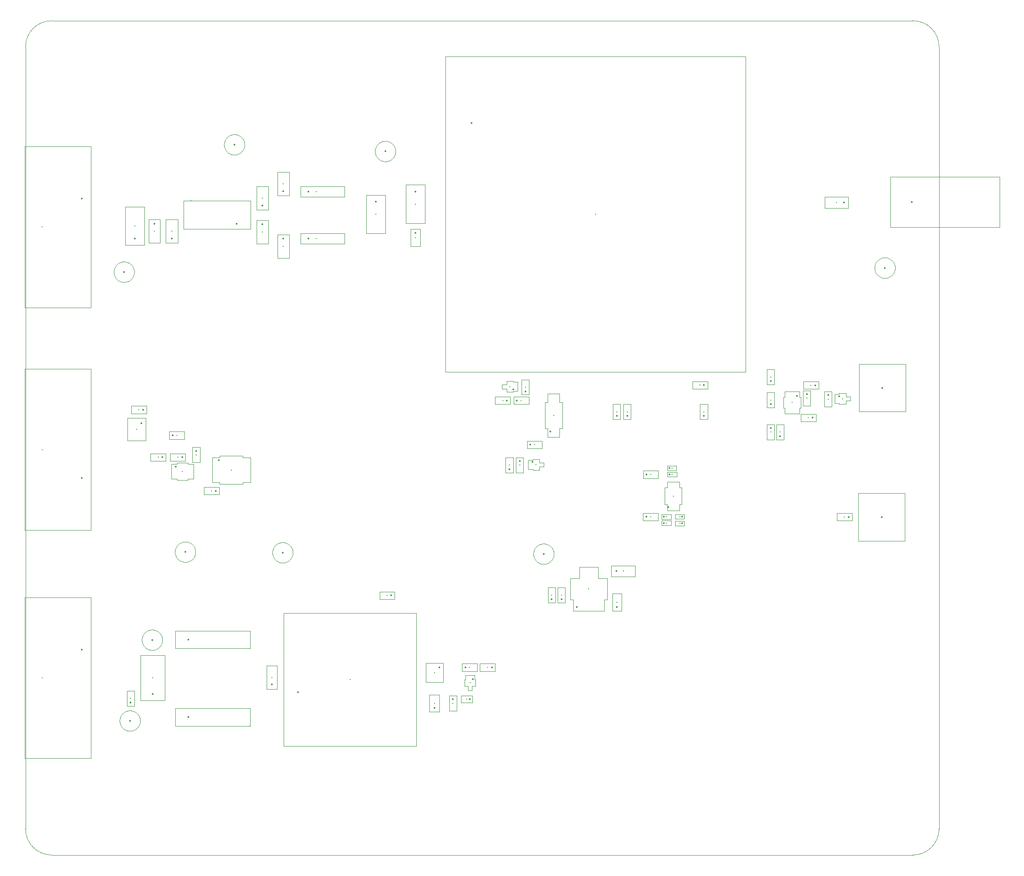
<source format=gbr>
%TF.GenerationSoftware,KiCad,Pcbnew,9.0.3*%
%TF.CreationDate,2025-09-16T14:49:51-04:00*%
%TF.ProjectId,9_TOF_PDU,395f544f-465f-4504-9455-2e6b69636164,rev?*%
%TF.SameCoordinates,Original*%
%TF.FileFunction,Component,L1,Top*%
%TF.FilePolarity,Positive*%
%FSLAX46Y46*%
G04 Gerber Fmt 4.6, Leading zero omitted, Abs format (unit mm)*
G04 Created by KiCad (PCBNEW 9.0.3) date 2025-09-16 14:49:51*
%MOMM*%
%LPD*%
G01*
G04 APERTURE LIST*
%TA.AperFunction,ComponentMain*%
%ADD10C,0.300000*%
%TD*%
%TA.AperFunction,ComponentOutline,Courtyard*%
%ADD11C,0.100000*%
%TD*%
%TA.AperFunction,ComponentPin*%
%ADD12P,0.360000X4X0.000000*%
%TD*%
%TA.AperFunction,ComponentPin*%
%ADD13C,0.100000*%
%TD*%
%TA.AperFunction,ComponentOutline,Footprint*%
%ADD14C,0.100000*%
%TD*%
%TA.AperFunction,Profile*%
%ADD15C,0.050000*%
%TD*%
G04 APERTURE END LIST*
D10*
%TO.C,C33*%
%TO.CFtp,C_0603_1608Metric*%
%TO.CVal,0.1uF*%
%TO.CLbN,Capacitor_SMD*%
%TO.CMnt,SMD*%
%TO.CRot,180*%
X264138000Y-135753500D03*
D11*
X265613000Y-135028500D02*
X265613000Y-136478500D01*
X262663000Y-136478500D01*
X262663000Y-135028500D01*
X265613000Y-135028500D01*
D12*
%TO.P,C33,1*%
X264913000Y-135753500D03*
D13*
%TO.P,C33,2*%
X263363000Y-135753500D03*
%TD*%
D10*
%TO.C,R7*%
%TO.CFtp,R_0603_1608Metric*%
%TO.CVal,15k*%
%TO.CLbN,Resistor_SMD*%
%TO.CMnt,SMD*%
%TO.CRot,0*%
X208238000Y-132418500D03*
D11*
X209713000Y-131693500D02*
X209713000Y-133143500D01*
X206763000Y-133143500D01*
X206763000Y-131693500D01*
X209713000Y-131693500D01*
D12*
%TO.P,R7,1*%
X207413000Y-132418500D03*
D13*
%TO.P,R7,2*%
X209063000Y-132418500D03*
%TD*%
D10*
%TO.C,C34*%
%TO.CFtp,C_0603_1608Metric*%
%TO.CVal,0.1uF*%
%TO.CLbN,Capacitor_SMD*%
%TO.CMnt,SMD*%
%TO.CRot,90*%
X226822000Y-134620000D03*
D11*
X227547000Y-133145000D02*
X227547000Y-136095000D01*
X226097000Y-136095000D01*
X226097000Y-133145000D01*
X227547000Y-133145000D01*
D12*
%TO.P,C34,1*%
X226822000Y-135395000D03*
D13*
%TO.P,C34,2*%
X226822000Y-133845000D03*
%TD*%
D10*
%TO.C,+3.3V1*%
%TO.CFtp,TestPoint_Keystone_5005-5009_Compact*%
%TO.CVal,TestPoint*%
%TO.CLbN,TestPoint*%
%TO.CMnt,TH*%
%TO.CRot,0*%
X212598000Y-162306000D03*
D11*
X212740504Y-160313548D02*
X213022610Y-160354108D01*
X213296068Y-160434403D01*
X213555320Y-160552799D01*
X213795080Y-160706884D01*
X214010475Y-160893524D01*
X214197115Y-161108919D01*
X214351200Y-161348679D01*
X214469596Y-161607931D01*
X214549891Y-161881389D01*
X214590458Y-162163542D01*
X214592999Y-162306000D01*
X214590458Y-162448457D01*
X214549891Y-162730610D01*
X214469596Y-163004068D01*
X214351200Y-163263320D01*
X214197115Y-163503080D01*
X214010475Y-163718475D01*
X213795080Y-163905115D01*
X213555320Y-164059200D01*
X213296068Y-164177596D01*
X213022610Y-164257891D01*
X212740504Y-164298452D01*
X212455496Y-164298452D01*
X212173389Y-164257891D01*
X211899931Y-164177596D01*
X211640679Y-164059200D01*
X211400919Y-163905115D01*
X211185524Y-163718475D01*
X210998884Y-163503080D01*
X210844799Y-163263320D01*
X210726403Y-163004068D01*
X210646108Y-162730610D01*
X210605548Y-162448503D01*
X210605548Y-162163496D01*
X210646108Y-161881389D01*
X210726403Y-161607931D01*
X210844799Y-161348679D01*
X210998884Y-161108919D01*
X211185524Y-160893524D01*
X211400919Y-160706884D01*
X211640679Y-160552799D01*
X211899931Y-160434403D01*
X212173389Y-160354108D01*
X212455496Y-160313548D01*
X212740504Y-160313548D01*
D12*
%TO.P,+3.3V1,1,1*%
X212598000Y-162306000D03*
%TD*%
D10*
%TO.C,R6*%
%TO.CFtp,R_0805_2012Metric*%
%TO.CVal,0.1*%
%TO.CLbN,Resistor_SMD*%
%TO.CMnt,SMD*%
%TO.CRot,-90*%
X187638000Y-100706000D03*
D11*
X188583000Y-99031000D02*
X188583000Y-102381000D01*
X186693000Y-102381000D01*
X186693000Y-99031000D01*
X188583000Y-99031000D01*
D12*
%TO.P,R6,1*%
X187638000Y-99793500D03*
D13*
%TO.P,R6,2*%
X187638000Y-101618500D03*
%TD*%
D10*
%TO.C,R32*%
%TO.CFtp,R_0603_1608Metric*%
%TO.CVal,49.9*%
%TO.CLbN,Resistor_SMD*%
%TO.CMnt,SMD*%
%TO.CRot,180*%
X264648001Y-129453500D03*
D11*
X266123001Y-128728500D02*
X266123001Y-130178500D01*
X263173001Y-130178500D01*
X263173001Y-128728500D01*
X266123001Y-128728500D01*
D12*
%TO.P,R32,1*%
X265473001Y-129453500D03*
D13*
%TO.P,R32,2*%
X263823001Y-129453500D03*
%TD*%
D10*
%TO.C,CY2*%
%TO.CFtp,C_1206_3216Metric*%
%TO.CVal,4700pF*%
%TO.CLbN,Capacitor_SMD*%
%TO.CMnt,SMD*%
%TO.CRot,90*%
X157848000Y-92968500D03*
D11*
X158993000Y-90673500D02*
X158993000Y-95263500D01*
X156703000Y-95263500D01*
X156703000Y-90673500D01*
X158993000Y-90673500D01*
D12*
%TO.P,CY2,1*%
X157848000Y-94443500D03*
D13*
%TO.P,CY2,2*%
X157848000Y-91493500D03*
%TD*%
D10*
%TO.C,R35*%
%TO.CFtp,R_0603_1608Metric*%
%TO.CVal,1k*%
%TO.CLbN,Resistor_SMD*%
%TO.CMnt,SMD*%
%TO.CRot,90*%
X228854000Y-134620000D03*
D11*
X229579000Y-133145000D02*
X229579000Y-136095000D01*
X228129000Y-136095000D01*
X228129000Y-133145000D01*
X229579000Y-133145000D01*
D12*
%TO.P,R35,1*%
X228854000Y-135445000D03*
D13*
%TO.P,R35,2*%
X228854000Y-133795000D03*
%TD*%
D10*
%TO.C,C32*%
%TO.CFtp,C_0402_1005Metric*%
%TO.CVal,1uF*%
%TO.CLbN,Capacitor_SMD*%
%TO.CMnt,SMD*%
%TO.CRot,0*%
X237573100Y-145598500D03*
D11*
X238478100Y-145143500D02*
X238478100Y-146053500D01*
X236668100Y-146053500D01*
X236668100Y-145143500D01*
X238478100Y-145143500D01*
D12*
%TO.P,C32,1*%
X237093100Y-145598500D03*
D13*
%TO.P,C32,2*%
X238053100Y-145598500D03*
%TD*%
D10*
%TO.C,M4*%
%TO.CFtp,SSM_TOS*%
%TO.CVal,SSM3K15AFS_LF*%
%TO.CLbN,Toshiba_Semi*%
%TO.CMnt,SMD*%
%TO.CRot,-90*%
X270788000Y-132088500D03*
D11*
X271437000Y-131039500D02*
X271437000Y-131689500D01*
X272292599Y-131689500D01*
X272292599Y-132487500D01*
X271437000Y-132487500D01*
X271437000Y-133137500D01*
X270139000Y-133137500D01*
X270139000Y-132987500D01*
X269283401Y-132987500D01*
X269283401Y-131189500D01*
X270139000Y-131189500D01*
X270139000Y-131039500D01*
X271437000Y-131039500D01*
D12*
%TO.P,M4,1,1*%
X270113000Y-131588501D03*
D13*
%TO.P,M4,2,2*%
X270113000Y-132588499D03*
%TO.P,M4,3,3*%
X271463000Y-132088500D03*
%TD*%
D10*
%TO.C,+12V_{RTN}1*%
%TO.CFtp,TestPoint_Keystone_5005-5009_Compact*%
%TO.CVal,TestPoint*%
%TO.CLbN,TestPoint*%
%TO.CMnt,TH*%
%TO.CRot,0*%
X152400000Y-82550000D03*
D11*
X152542504Y-80557548D02*
X152824610Y-80598108D01*
X153098068Y-80678403D01*
X153357320Y-80796799D01*
X153597080Y-80950884D01*
X153812475Y-81137524D01*
X153999115Y-81352919D01*
X154153200Y-81592679D01*
X154271596Y-81851931D01*
X154351891Y-82125389D01*
X154392458Y-82407542D01*
X154394999Y-82550000D01*
X154392458Y-82692457D01*
X154351891Y-82974610D01*
X154271596Y-83248068D01*
X154153200Y-83507320D01*
X153999115Y-83747080D01*
X153812475Y-83962475D01*
X153597080Y-84149115D01*
X153357320Y-84303200D01*
X153098068Y-84421596D01*
X152824610Y-84501891D01*
X152542504Y-84542452D01*
X152257496Y-84542452D01*
X151975389Y-84501891D01*
X151701931Y-84421596D01*
X151442679Y-84303200D01*
X151202919Y-84149115D01*
X150987524Y-83962475D01*
X150800884Y-83747080D01*
X150646799Y-83507320D01*
X150528403Y-83248068D01*
X150448108Y-82974610D01*
X150407548Y-82692503D01*
X150407548Y-82407496D01*
X150448108Y-82125389D01*
X150528403Y-81851931D01*
X150646799Y-81592679D01*
X150800884Y-81352919D01*
X150987524Y-81137524D01*
X151202919Y-80950884D01*
X151442679Y-80796799D01*
X151701931Y-80678403D01*
X151975389Y-80598108D01*
X152257496Y-80557548D01*
X152542504Y-80557548D01*
D12*
%TO.P,+12V_{RTN}1,1,1*%
X152400000Y-82550000D03*
%TD*%
D10*
%TO.C,C17*%
%TO.CFtp,C_0603_1608Metric*%
%TO.CVal,0.1uF*%
%TO.CLbN,Capacitor_SMD*%
%TO.CMnt,SMD*%
%TO.CRot,180*%
X182138000Y-170418500D03*
D11*
X183613000Y-169693500D02*
X183613000Y-171143500D01*
X180663000Y-171143500D01*
X180663000Y-169693500D01*
X183613000Y-169693500D01*
D12*
%TO.P,C17,1*%
X182913000Y-170418500D03*
D13*
%TO.P,C17,2*%
X181363000Y-170418500D03*
%TD*%
D10*
%TO.C,U4*%
%TO.CFtp,R_8_ADI*%
%TO.CVal,AD590JRZ-RL*%
%TO.CLbN,Analog_Devices*%
%TO.CMnt,SMD*%
%TO.CRot,0*%
X151818000Y-145968500D03*
D11*
X154060900Y-143217600D02*
X154060900Y-143535100D01*
X155521400Y-143535100D01*
X155521400Y-148401900D01*
X154060900Y-148401900D01*
X154060900Y-148719400D01*
X149575100Y-148719400D01*
X149575100Y-148401900D01*
X148114600Y-148401900D01*
X148114600Y-143535100D01*
X149575100Y-143535100D01*
X149575100Y-143217600D01*
X154060900Y-143217600D01*
D12*
%TO.P,U4,1,NC*%
X149354200Y-144063500D03*
D13*
%TO.P,U4,2,V+*%
X149354200Y-145333500D03*
%TO.P,U4,3,V-*%
X149354200Y-146603500D03*
%TO.P,U4,4,NC*%
X149354200Y-147873500D03*
%TO.P,U4,5,NC*%
X154281800Y-147873500D03*
%TO.P,U4,6,NC*%
X154281800Y-146603500D03*
%TO.P,U4,7,NC*%
X154281800Y-145333500D03*
%TO.P,U4,8,NC*%
X154281800Y-144063500D03*
%TD*%
D10*
%TO.C,C25*%
%TO.CFtp,CP_EIA-3216-12_Kemet-S*%
%TO.CVal,2.2uF*%
%TO.CLbN,Capacitor_Tantalum_SMD*%
%TO.CMnt,SMD*%
%TO.CRot,0*%
X228079000Y-165658500D03*
D11*
X230374000Y-164613500D02*
X230374000Y-166703500D01*
X225784000Y-166703500D01*
X225784000Y-164613500D01*
X230374000Y-164613500D01*
D12*
%TO.P,C25,1*%
X226729000Y-165658500D03*
D13*
%TO.P,C25,2*%
X229429000Y-165658500D03*
%TD*%
D10*
%TO.C,C22*%
%TO.CFtp,CP_EIA-2012-12_Kemet-R*%
%TO.CVal,1uF*%
%TO.CLbN,Capacitor_Tantalum_SMD*%
%TO.CMnt,SMD*%
%TO.CRot,90*%
X226878000Y-171748500D03*
D11*
X227753000Y-170053500D02*
X227753000Y-173443500D01*
X226003000Y-173443500D01*
X226003000Y-170053500D01*
X227753000Y-170053500D01*
D12*
%TO.P,C22,1*%
X226878000Y-172636000D03*
D13*
%TO.P,C22,2*%
X226878000Y-170861000D03*
%TD*%
D10*
%TO.C,U6*%
%TO.CFtp,DBV5*%
%TO.CVal,SN65LVDS2DBVR*%
%TO.CLbN,Texas_Instruments*%
%TO.CMnt,SMD*%
%TO.CRot,-90*%
X133338000Y-138018500D03*
D11*
X135111000Y-135839100D02*
X135111000Y-140197900D01*
X131565000Y-140197900D01*
X131565000Y-135839100D01*
X135111000Y-135839100D01*
D12*
%TO.P,U6,1,VCC*%
X134288001Y-136824700D03*
D13*
%TO.P,U6,2,GND*%
X133338000Y-136824700D03*
%TO.P,U6,3,A*%
X132387999Y-136824700D03*
%TO.P,U6,4,B*%
X132387999Y-139212300D03*
%TO.P,U6,5,R*%
X134288001Y-139212300D03*
%TD*%
D10*
%TO.C,C13*%
%TO.CFtp,CP_EIA-3216-12_Kemet-S*%
%TO.CVal,10uF*%
%TO.CLbN,Capacitor_Tantalum_SMD*%
%TO.CMnt,SMD*%
%TO.CRot,90*%
X159708000Y-186373500D03*
D11*
X160753000Y-184078500D02*
X160753000Y-188668500D01*
X158663000Y-188668500D01*
X158663000Y-184078500D01*
X160753000Y-184078500D01*
D12*
%TO.P,C13,1*%
X159708000Y-187723500D03*
D13*
%TO.P,C13,2*%
X159708000Y-185023500D03*
%TD*%
D10*
%TO.C,C28*%
%TO.CFtp,C_0402_1005Metric*%
%TO.CVal,1uF*%
%TO.CLbN,Capacitor_SMD*%
%TO.CMnt,SMD*%
%TO.CRot,0*%
X236493100Y-156288500D03*
D11*
X237398100Y-155833500D02*
X237398100Y-156743500D01*
X235588100Y-156743500D01*
X235588100Y-155833500D01*
X237398100Y-155833500D01*
D12*
%TO.P,C28,1*%
X236013100Y-156288500D03*
D13*
%TO.P,C28,2*%
X236973100Y-156288500D03*
%TD*%
D10*
%TO.C,R14*%
%TO.CFtp,R_0805_2012Metric*%
%TO.CVal,10*%
%TO.CLbN,Resistor_SMD*%
%TO.CMnt,SMD*%
%TO.CRot,90*%
X191338000Y-191418500D03*
D11*
X192283000Y-189743500D02*
X192283000Y-193093500D01*
X190393000Y-193093500D01*
X190393000Y-189743500D01*
X192283000Y-189743500D01*
D12*
%TO.P,R14,1*%
X191338000Y-192331000D03*
D13*
%TO.P,R14,2*%
X191338000Y-190506000D03*
%TD*%
D10*
%TO.C,R26*%
%TO.CFtp,R_0402_1005Metric*%
%TO.CVal,10k*%
%TO.CLbN,Resistor_SMD*%
%TO.CMnt,SMD*%
%TO.CRot,0*%
X237593100Y-146838500D03*
D11*
X238518100Y-146373500D02*
X238518100Y-147303500D01*
X236668100Y-147303500D01*
X236668100Y-146373500D01*
X238518100Y-146373500D01*
D12*
%TO.P,R26,1*%
X237083100Y-146838500D03*
D13*
%TO.P,R26,2*%
X238103100Y-146838500D03*
%TD*%
D10*
%TO.C,U3*%
%TO.CFtp,S_5_ADI*%
%TO.CVal,LTC2050HVCS5-TRMPBF*%
%TO.CLbN,Analog_Devices*%
%TO.CMnt,SMD*%
%TO.CRot,0*%
X142278000Y-146248499D03*
D11*
X143339800Y-144551699D02*
X143339800Y-144820899D01*
X144446600Y-144820899D01*
X144446600Y-147676099D01*
X143339800Y-147676099D01*
X143339800Y-147945299D01*
X141216200Y-147945299D01*
X141216200Y-147676099D01*
X140109400Y-147676099D01*
X140109400Y-144820899D01*
X141216200Y-144820899D01*
X141216200Y-144551699D01*
X143339800Y-144551699D01*
D12*
%TO.P,U3,1,OUT*%
X140968000Y-145298498D03*
D13*
%TO.P,U3,2,V-*%
X140968000Y-146248499D03*
%TO.P,U3,3,+IN*%
X140968000Y-147198500D03*
%TO.P,U3,4,-IN*%
X143588000Y-147198500D03*
%TO.P,U3,5,V+*%
X143588000Y-145298498D03*
%TD*%
D10*
%TO.C,L4*%
%TO.CFtp,MLC1538-*%
%TO.CVal,1.5uH*%
%TO.CLbN,CoilCraft*%
%TO.CMnt,SMD*%
%TO.CRot,90*%
X155508000Y-195824500D03*
D14*
X140908000Y-195824500D02*
X155508000Y-195824500D01*
X155508000Y-192424500D01*
X140908000Y-192424500D01*
X140908000Y-195824500D01*
D12*
%TO.P,L4,1,1*%
X143408000Y-194124500D03*
D13*
%TO.P,L4,2,2*%
X153008000Y-194124500D03*
%TD*%
D10*
%TO.C,R20*%
%TO.CFtp,R_0603_1608Metric*%
%TO.CVal,49.9*%
%TO.CLbN,Resistor_SMD*%
%TO.CMnt,SMD*%
%TO.CRot,0*%
X141238000Y-139218500D03*
D11*
X142713000Y-138493500D02*
X142713000Y-139943500D01*
X139763000Y-139943500D01*
X139763000Y-138493500D01*
X142713000Y-138493500D01*
D12*
%TO.P,R20,1*%
X140413000Y-139218500D03*
D13*
%TO.P,R20,2*%
X142063000Y-139218500D03*
%TD*%
D10*
%TO.C,D1*%
%TO.CFtp,SOT95P230X110-3N*%
%TO.CVal,PLVA653A_215*%
%TO.CLbN,Nexperia*%
%TO.CMnt,SMD*%
%TO.CRot,-90*%
X191338000Y-185418500D03*
D11*
X193033000Y-183563500D02*
X193033000Y-187273500D01*
X189643000Y-187273500D01*
X189643000Y-183563500D01*
X193033000Y-183563500D01*
D12*
%TO.P,D1,1,A*%
X192288000Y-184438500D03*
D13*
%TO.P,D1,2*%
X190388000Y-184438500D03*
%TO.P,D1,3,K*%
X191338000Y-186398500D03*
%TD*%
D10*
%TO.C,C31*%
%TO.CFtp,C_0402_1005Metric*%
%TO.CVal,0.1uF*%
%TO.CLbN,Capacitor_SMD*%
%TO.CMnt,SMD*%
%TO.CRot,180*%
X239103100Y-155058500D03*
D11*
X240008100Y-154603500D02*
X240008100Y-155513500D01*
X238198100Y-155513500D01*
X238198100Y-154603500D01*
X240008100Y-154603500D01*
D12*
%TO.P,C31,1*%
X239583100Y-155058500D03*
D13*
%TO.P,C31,2*%
X238623100Y-155058500D03*
%TD*%
D10*
%TO.C,V_TELEM_{RTN}1*%
%TO.CFtp,TestPoint_Keystone_5005-5009_Compact*%
%TO.CVal,TestPoint*%
%TO.CLbN,TestPoint*%
%TO.CMnt,TH*%
%TO.CRot,0*%
X136398000Y-179070000D03*
D11*
X136540504Y-177077548D02*
X136822610Y-177118108D01*
X137096068Y-177198403D01*
X137355320Y-177316799D01*
X137595080Y-177470884D01*
X137810475Y-177657524D01*
X137997115Y-177872919D01*
X138151200Y-178112679D01*
X138269596Y-178371931D01*
X138349891Y-178645389D01*
X138390458Y-178927542D01*
X138392999Y-179070000D01*
X138390458Y-179212457D01*
X138349891Y-179494610D01*
X138269596Y-179768068D01*
X138151200Y-180027320D01*
X137997115Y-180267080D01*
X137810475Y-180482475D01*
X137595080Y-180669115D01*
X137355320Y-180823200D01*
X137096068Y-180941596D01*
X136822610Y-181021891D01*
X136540504Y-181062452D01*
X136255496Y-181062452D01*
X135973389Y-181021891D01*
X135699931Y-180941596D01*
X135440679Y-180823200D01*
X135200919Y-180669115D01*
X134985524Y-180482475D01*
X134798884Y-180267080D01*
X134644799Y-180027320D01*
X134526403Y-179768068D01*
X134446108Y-179494610D01*
X134405548Y-179212503D01*
X134405548Y-178927496D01*
X134446108Y-178645389D01*
X134526403Y-178371931D01*
X134644799Y-178112679D01*
X134798884Y-177872919D01*
X134985524Y-177657524D01*
X135200919Y-177470884D01*
X135440679Y-177316799D01*
X135699931Y-177198403D01*
X135973389Y-177118108D01*
X136255496Y-177077548D01*
X136540504Y-177077548D01*
D12*
%TO.P,V_TELEM_{RTN}1,1,1*%
X136398000Y-179070000D03*
%TD*%
D10*
%TO.C,P1*%
%TO.CFtp,conn1_1-1123824-1_TEC*%
%TO.CVal,1-1123824-1*%
%TO.CLbN,TE_Connectivity*%
%TO.CMnt,TH*%
%TO.CRot,-90*%
X278370000Y-155160000D03*
D11*
X282894000Y-150511001D02*
X282894000Y-159808999D01*
X273846000Y-159808999D01*
X273846000Y-150511001D01*
X282894000Y-150511001D01*
D12*
%TO.P,P1,1,1*%
X278370000Y-155160000D03*
D13*
%TO.P,P1,*%
X277610000Y-151490000D03*
X277610000Y-158810000D03*
%TD*%
D10*
%TO.C,V_{EN}1*%
%TO.CFtp,TestPoint_Keystone_5005-5009_Compact*%
%TO.CVal,TestPoint*%
%TO.CLbN,TestPoint*%
%TO.CMnt,TH*%
%TO.CRot,0*%
X181780000Y-83870000D03*
D11*
X181922504Y-81877548D02*
X182204610Y-81918108D01*
X182478068Y-81998403D01*
X182737320Y-82116799D01*
X182977080Y-82270884D01*
X183192475Y-82457524D01*
X183379115Y-82672919D01*
X183533200Y-82912679D01*
X183651596Y-83171931D01*
X183731891Y-83445389D01*
X183772458Y-83727542D01*
X183774999Y-83870000D01*
X183772458Y-84012457D01*
X183731891Y-84294610D01*
X183651596Y-84568068D01*
X183533200Y-84827320D01*
X183379115Y-85067080D01*
X183192475Y-85282475D01*
X182977080Y-85469115D01*
X182737320Y-85623200D01*
X182478068Y-85741596D01*
X182204610Y-85821891D01*
X181922504Y-85862452D01*
X181637496Y-85862452D01*
X181355389Y-85821891D01*
X181081931Y-85741596D01*
X180822679Y-85623200D01*
X180582919Y-85469115D01*
X180367524Y-85282475D01*
X180180884Y-85067080D01*
X180026799Y-84827320D01*
X179908403Y-84568068D01*
X179828108Y-84294610D01*
X179787548Y-84012503D01*
X179787548Y-83727496D01*
X179828108Y-83445389D01*
X179908403Y-83171931D01*
X180026799Y-82912679D01*
X180180884Y-82672919D01*
X180367524Y-82457524D01*
X180582919Y-82270884D01*
X180822679Y-82116799D01*
X181081931Y-81998403D01*
X181355389Y-81918108D01*
X181637496Y-81877548D01*
X181922504Y-81877548D01*
D12*
%TO.P,V_{EN}1,1,1*%
X181780000Y-83870000D03*
%TD*%
D10*
%TO.C,V_TELEM_IN1*%
%TO.CFtp,TestPoint_Keystone_5005-5009_Compact*%
%TO.CVal,TestPoint*%
%TO.CLbN,TestPoint*%
%TO.CMnt,TH*%
%TO.CRot,0*%
X132080000Y-194818000D03*
D11*
X132222504Y-192825548D02*
X132504610Y-192866108D01*
X132778068Y-192946403D01*
X133037320Y-193064799D01*
X133277080Y-193218884D01*
X133492475Y-193405524D01*
X133679115Y-193620919D01*
X133833200Y-193860679D01*
X133951596Y-194119931D01*
X134031891Y-194393389D01*
X134072458Y-194675542D01*
X134074999Y-194818000D01*
X134072458Y-194960457D01*
X134031891Y-195242610D01*
X133951596Y-195516068D01*
X133833200Y-195775320D01*
X133679115Y-196015080D01*
X133492475Y-196230475D01*
X133277080Y-196417115D01*
X133037320Y-196571200D01*
X132778068Y-196689596D01*
X132504610Y-196769891D01*
X132222504Y-196810452D01*
X131937496Y-196810452D01*
X131655389Y-196769891D01*
X131381931Y-196689596D01*
X131122679Y-196571200D01*
X130882919Y-196417115D01*
X130667524Y-196230475D01*
X130480884Y-196015080D01*
X130326799Y-195775320D01*
X130208403Y-195516068D01*
X130128108Y-195242610D01*
X130087548Y-194960503D01*
X130087548Y-194675496D01*
X130128108Y-194393389D01*
X130208403Y-194119931D01*
X130326799Y-193860679D01*
X130480884Y-193620919D01*
X130667524Y-193405524D01*
X130882919Y-193218884D01*
X131122679Y-193064799D01*
X131381931Y-192946403D01*
X131655389Y-192866108D01*
X131937496Y-192825548D01*
X132222504Y-192825548D01*
D12*
%TO.P,V_TELEM_IN1,1,1*%
X132080000Y-194818000D03*
%TD*%
D10*
%TO.C,R11*%
%TO.CFtp,R_0603_1608Metric*%
%TO.CVal,49.9k*%
%TO.CLbN,Resistor_SMD*%
%TO.CMnt,SMD*%
%TO.CRot,0*%
X198185000Y-184430000D03*
D11*
X199660000Y-183705000D02*
X199660000Y-185155000D01*
X196710000Y-185155000D01*
X196710000Y-183705000D01*
X199660000Y-183705000D01*
D12*
%TO.P,R11,1*%
X197360000Y-184430000D03*
D13*
%TO.P,R11,2*%
X199010000Y-184430000D03*
%TD*%
D10*
%TO.C,R17*%
%TO.CFtp,R_0603_1608Metric*%
%TO.CVal,49.9*%
%TO.CLbN,Resistor_SMD*%
%TO.CMnt,SMD*%
%TO.CRot,180*%
X137578000Y-143468499D03*
D11*
X139053000Y-142743499D02*
X139053000Y-144193499D01*
X136103000Y-144193499D01*
X136103000Y-142743499D01*
X139053000Y-142743499D01*
D12*
%TO.P,R17,1*%
X138403000Y-143468499D03*
D13*
%TO.P,R17,2*%
X136753000Y-143468499D03*
%TD*%
D10*
%TO.C,R2*%
%TO.CFtp,R_1206_3216Metric*%
%TO.CVal,10*%
%TO.CLbN,Resistor_SMD*%
%TO.CMnt,SMD*%
%TO.CRot,-90*%
X136838000Y-99418500D03*
D11*
X137953000Y-97143500D02*
X137953000Y-101693500D01*
X135723000Y-101693500D01*
X135723000Y-97143500D01*
X137953000Y-97143500D01*
D12*
%TO.P,R2,1*%
X136838000Y-97956000D03*
D13*
%TO.P,R2,2*%
X136838000Y-100881000D03*
%TD*%
D10*
%TO.C,R30*%
%TO.CFtp,R_0603_1608Metric*%
%TO.CVal,25k*%
%TO.CLbN,Resistor_SMD*%
%TO.CMnt,SMD*%
%TO.CRot,90*%
X256808000Y-132333500D03*
D11*
X257533000Y-130858500D02*
X257533000Y-133808500D01*
X256083000Y-133808500D01*
X256083000Y-130858500D01*
X257533000Y-130858500D01*
D12*
%TO.P,R30,1*%
X256808000Y-133158500D03*
D13*
%TO.P,R30,2*%
X256808000Y-131508500D03*
%TD*%
D10*
%TO.C,J2*%
%TO.CFtp,618009231221*%
%TO.CVal,618009231221*%
%TO.CLbN,Wurth_Elektronik*%
%TO.CMnt,TH*%
%TO.CRot,-90*%
X115000000Y-186473500D03*
D11*
X124495000Y-170778500D02*
X124495000Y-202168500D01*
X111585000Y-202168500D01*
X111585000Y-170778500D01*
X124495000Y-170778500D01*
D12*
%TO.P,J2,1*%
X122720000Y-180933500D03*
D13*
%TO.P,J2,2*%
X122720000Y-183703500D03*
%TO.P,J2,3*%
X122720000Y-186473500D03*
%TO.P,J2,4*%
X122720000Y-189243500D03*
%TO.P,J2,5*%
X122720000Y-192013500D03*
%TO.P,J2,6*%
X119880000Y-182318500D03*
%TO.P,J2,7*%
X119880000Y-185088500D03*
%TO.P,J2,8*%
X119880000Y-187858500D03*
%TO.P,J2,9*%
X119880000Y-190628500D03*
%TO.P,J2,S1*%
X121300000Y-173973500D03*
%TO.P,J2,S2*%
X121300000Y-198973500D03*
%TD*%
D10*
%TO.C,R19*%
%TO.CFtp,R_1206_3216Metric*%
%TO.CVal,0.005*%
%TO.CLbN,Resistor_SMD*%
%TO.CMnt,SMD*%
%TO.CRot,180*%
X269593000Y-93818500D03*
D11*
X271868000Y-92703500D02*
X271868000Y-94933500D01*
X267318000Y-94933500D01*
X267318000Y-92703500D01*
X271868000Y-92703500D01*
D12*
%TO.P,R19,1*%
X271055500Y-93818500D03*
D13*
%TO.P,R19,2*%
X268130500Y-93818500D03*
%TD*%
D10*
%TO.C,C3*%
%TO.CFtp,CP_EIA-6032-15_Kemet-U*%
%TO.CVal,250uF*%
%TO.CLbN,Capacitor_Tantalum_SMD*%
%TO.CMnt,SMD*%
%TO.CRot,-90*%
X187645500Y-94151000D03*
D11*
X189490500Y-90406000D02*
X189490500Y-97896000D01*
X185800500Y-97896000D01*
X185800500Y-90406000D01*
X189490500Y-90406000D01*
D12*
%TO.P,C3,1*%
X187645500Y-91688500D03*
D13*
%TO.P,C3,2*%
X187645500Y-96613500D03*
%TD*%
D10*
%TO.C,R10*%
%TO.CFtp,R_0603_1608Metric*%
%TO.CVal,49.9k*%
%TO.CLbN,Resistor_SMD*%
%TO.CMnt,SMD*%
%TO.CRot,180*%
X201685000Y-184430000D03*
D11*
X203160000Y-183705000D02*
X203160000Y-185155000D01*
X200210000Y-185155000D01*
X200210000Y-183705000D01*
X203160000Y-183705000D01*
D12*
%TO.P,R10,1*%
X202510000Y-184430000D03*
D13*
%TO.P,R10,2*%
X200860000Y-184430000D03*
%TD*%
D10*
%TO.C,R24*%
%TO.CFtp,R_0402_1005Metric*%
%TO.CVal,10k*%
%TO.CLbN,Resistor_SMD*%
%TO.CMnt,SMD*%
%TO.CRot,0*%
X236493100Y-155088500D03*
D11*
X237418100Y-154623500D02*
X237418100Y-155553500D01*
X235568100Y-155553500D01*
X235568100Y-154623500D01*
X237418100Y-154623500D01*
D12*
%TO.P,R24,1*%
X235983100Y-155088500D03*
D13*
%TO.P,R24,2*%
X237003100Y-155088500D03*
%TD*%
D10*
%TO.C,F2*%
%TO.CFtp,R_0603_1608Metric*%
%TO.CVal,Fuse*%
%TO.CLbN,Resistor_SMD*%
%TO.CMnt,SMD*%
%TO.CRot,90*%
X132208000Y-190473500D03*
D11*
X132933000Y-188998500D02*
X132933000Y-191948500D01*
X131483000Y-191948500D01*
X131483000Y-188998500D01*
X132933000Y-188998500D01*
D12*
%TO.P,F2,1*%
X132208000Y-191298500D03*
D13*
%TO.P,F2,2*%
X132208000Y-189648500D03*
%TD*%
D10*
%TO.C,CY3*%
%TO.CFtp,C_1206_3216Metric*%
%TO.CVal,4700pF*%
%TO.CLbN,Capacitor_SMD*%
%TO.CMnt,SMD*%
%TO.CRot,-90*%
X161912000Y-102366500D03*
D11*
X163057000Y-100071500D02*
X163057000Y-104661500D01*
X160767000Y-104661500D01*
X160767000Y-100071500D01*
X163057000Y-100071500D01*
D12*
%TO.P,CY3,1*%
X161912000Y-100891500D03*
D13*
%TO.P,CY3,2*%
X161912000Y-103841500D03*
%TD*%
D10*
%TO.C,R4*%
%TO.CFtp,R_0603_1608Metric*%
%TO.CVal,1k*%
%TO.CLbN,Resistor_SMD*%
%TO.CMnt,SMD*%
%TO.CRot,-90*%
X207938000Y-145018499D03*
D11*
X208663000Y-143543499D02*
X208663000Y-146493499D01*
X207213000Y-146493499D01*
X207213000Y-143543499D01*
X208663000Y-143543499D01*
D12*
%TO.P,R4,1*%
X207938000Y-144193499D03*
D13*
%TO.P,R4,2*%
X207938000Y-145843499D03*
%TD*%
D10*
%TO.C,R21*%
%TO.CFtp,R_0603_1608Metric*%
%TO.CVal,100k*%
%TO.CLbN,Resistor_SMD*%
%TO.CMnt,SMD*%
%TO.CRot,90*%
X258620000Y-138570000D03*
D11*
X259345000Y-137095000D02*
X259345000Y-140045000D01*
X257895000Y-140045000D01*
X257895000Y-137095000D01*
X259345000Y-137095000D01*
D12*
%TO.P,R21,1*%
X258620000Y-139395000D03*
D13*
%TO.P,R21,2*%
X258620000Y-137745000D03*
%TD*%
D10*
%TO.C,J3*%
%TO.CFtp,618009231121*%
%TO.CVal,618009231121*%
%TO.CLbN,Wurth_Elektronik*%
%TO.CMnt,TH*%
%TO.CRot,-90*%
X115000000Y-142000000D03*
D11*
X124495000Y-126305000D02*
X124495000Y-157695000D01*
X111585000Y-157695000D01*
X111585000Y-126305000D01*
X124495000Y-126305000D01*
D12*
%TO.P,J3,1*%
X122720000Y-147540000D03*
D13*
%TO.P,J3,2*%
X122720000Y-144770000D03*
%TO.P,J3,3*%
X122720000Y-142000000D03*
%TO.P,J3,4*%
X122720000Y-139230000D03*
%TO.P,J3,5*%
X122720000Y-136460000D03*
%TO.P,J3,6*%
X119880000Y-146155000D03*
%TO.P,J3,7*%
X119880000Y-143385000D03*
%TO.P,J3,8*%
X119880000Y-140615000D03*
%TO.P,J3,9*%
X119880000Y-137845000D03*
%TO.P,J3,S1*%
X121300000Y-129500000D03*
%TO.P,J3,S2*%
X121300000Y-154500000D03*
%TD*%
D10*
%TO.C,R16*%
%TO.CFtp,R_0603_1608Metric*%
%TO.CVal,9k*%
%TO.CLbN,Resistor_SMD*%
%TO.CMnt,SMD*%
%TO.CRot,180*%
X147978000Y-150048500D03*
D11*
X149453000Y-149323500D02*
X149453000Y-150773500D01*
X146503000Y-150773500D01*
X146503000Y-149323500D01*
X149453000Y-149323500D01*
D12*
%TO.P,R16,1*%
X148803000Y-150048500D03*
D13*
%TO.P,R16,2*%
X147153000Y-150048500D03*
%TD*%
D10*
%TO.C,L1*%
%TO.CFtp,MSD1260T-105*%
%TO.CVal,MSD1514-472MED*%
%TO.CLbN,CoilCraft*%
%TO.CMnt,SMD*%
%TO.CRot,-90*%
X143938000Y-93520500D03*
D14*
X155528000Y-93520500D02*
X142508000Y-93520500D01*
X142508000Y-99020500D01*
X155528000Y-99020500D01*
X155528000Y-93520500D01*
D12*
%TO.P,L1,1*%
X152828000Y-98020500D03*
D13*
%TO.P,L1,2*%
X152828000Y-94520500D03*
%TO.P,L1,3*%
X145208000Y-94520500D03*
%TO.P,L1,4*%
X145208000Y-98020500D03*
%TD*%
D10*
%TO.C,R5*%
%TO.CFtp,R_0603_1608Metric*%
%TO.CVal,180*%
%TO.CLbN,Resistor_SMD*%
%TO.CMnt,SMD*%
%TO.CRot,0*%
X210838000Y-141018500D03*
D11*
X212313000Y-140293500D02*
X212313000Y-141743500D01*
X209363000Y-141743500D01*
X209363000Y-140293500D01*
X212313000Y-140293500D01*
D12*
%TO.P,R5,1*%
X210013000Y-141018500D03*
D13*
%TO.P,R5,2*%
X211663000Y-141018500D03*
%TD*%
D10*
%TO.C,L3*%
%TO.CFtp,MLC7542-311MEC*%
%TO.CVal,1.4uH*%
%TO.CLbN,CoilCraft*%
%TO.CMnt,SMD*%
%TO.CRot,-90*%
X168326000Y-100842500D03*
D14*
X173826000Y-99842500D02*
X165326000Y-99842500D01*
X165326000Y-101842500D01*
X173826000Y-101842500D01*
X173826000Y-99842500D01*
D12*
%TO.P,L3,1,1*%
X166826000Y-100842500D03*
D13*
%TO.P,L3,2,2*%
X172326000Y-100842500D03*
%TD*%
D10*
%TO.C,SEC_{RTN}1*%
%TO.CFtp,TestPoint_Keystone_5005-5009_Compact*%
%TO.CVal,TestPoint*%
%TO.CLbN,TestPoint*%
%TO.CMnt,TH*%
%TO.CRot,0*%
X279010000Y-106580000D03*
D11*
X279152504Y-104587548D02*
X279434610Y-104628108D01*
X279708068Y-104708403D01*
X279967320Y-104826799D01*
X280207080Y-104980884D01*
X280422475Y-105167524D01*
X280609115Y-105382919D01*
X280763200Y-105622679D01*
X280881596Y-105881931D01*
X280961891Y-106155389D01*
X281002458Y-106437542D01*
X281004999Y-106580000D01*
X281002458Y-106722457D01*
X280961891Y-107004610D01*
X280881596Y-107278068D01*
X280763200Y-107537320D01*
X280609115Y-107777080D01*
X280422475Y-107992475D01*
X280207080Y-108179115D01*
X279967320Y-108333200D01*
X279708068Y-108451596D01*
X279434610Y-108531891D01*
X279152504Y-108572452D01*
X278867496Y-108572452D01*
X278585389Y-108531891D01*
X278311931Y-108451596D01*
X278052679Y-108333200D01*
X277812919Y-108179115D01*
X277597524Y-107992475D01*
X277410884Y-107777080D01*
X277256799Y-107537320D01*
X277138403Y-107278068D01*
X277058108Y-107004610D01*
X277017548Y-106722503D01*
X277017548Y-106437496D01*
X277058108Y-106155389D01*
X277138403Y-105881931D01*
X277256799Y-105622679D01*
X277410884Y-105382919D01*
X277597524Y-105167524D01*
X277812919Y-104980884D01*
X278052679Y-104826799D01*
X278311931Y-104708403D01*
X278585389Y-104628108D01*
X278867496Y-104587548D01*
X279152504Y-104587548D01*
D12*
%TO.P,SEC_{RTN}1,1,1*%
X279010000Y-106580000D03*
%TD*%
D10*
%TO.C,C2*%
%TO.CFtp,CP_EIA-6032-15_Kemet-U*%
%TO.CVal,50uF*%
%TO.CLbN,Capacitor_Tantalum_SMD*%
%TO.CMnt,SMD*%
%TO.CRot,-90*%
X179946000Y-96120000D03*
D11*
X181791000Y-92375000D02*
X181791000Y-99865000D01*
X178101000Y-99865000D01*
X178101000Y-92375000D01*
X181791000Y-92375000D01*
D12*
%TO.P,C2,1*%
X179946000Y-93657500D03*
D13*
%TO.P,C2,2*%
X179946000Y-98582500D03*
%TD*%
D10*
%TO.C,R12*%
%TO.CFtp,R_0603_1608Metric*%
%TO.CVal,100*%
%TO.CLbN,Resistor_SMD*%
%TO.CMnt,SMD*%
%TO.CRot,-90*%
X194938000Y-191418500D03*
D11*
X195663000Y-189943500D02*
X195663000Y-192893500D01*
X194213000Y-192893500D01*
X194213000Y-189943500D01*
X195663000Y-189943500D01*
D12*
%TO.P,R12,1*%
X194938000Y-190593500D03*
D13*
%TO.P,R12,2*%
X194938000Y-192243500D03*
%TD*%
D10*
%TO.C,C24*%
%TO.CFtp,C_0603_1608Metric*%
%TO.CVal,0.1uF*%
%TO.CLbN,Capacitor_SMD*%
%TO.CMnt,SMD*%
%TO.CRot,180*%
X133838000Y-134218500D03*
D11*
X135313000Y-133493500D02*
X135313000Y-134943500D01*
X132363000Y-134943500D01*
X132363000Y-133493500D01*
X135313000Y-133493500D01*
D12*
%TO.P,C24,1*%
X134613000Y-134218500D03*
D13*
%TO.P,C24,2*%
X133063000Y-134218500D03*
%TD*%
D10*
%TO.C,CY1*%
%TO.CFtp,C_1206_3216Metric*%
%TO.CVal,4700pF*%
%TO.CLbN,Capacitor_SMD*%
%TO.CMnt,SMD*%
%TO.CRot,90*%
X161912000Y-90174500D03*
D11*
X163057000Y-87879500D02*
X163057000Y-92469500D01*
X160767000Y-92469500D01*
X160767000Y-87879500D01*
X163057000Y-87879500D01*
D12*
%TO.P,CY1,1*%
X161912000Y-91649500D03*
D13*
%TO.P,CY1,2*%
X161912000Y-88699500D03*
%TD*%
D10*
%TO.C,U5*%
%TO.CFtp,SOT-3_ST_LIT*%
%TO.CVal,LT3080EST-PBF*%
%TO.CLbN,Analog_Devices*%
%TO.CMnt,SMD*%
%TO.CRot,0*%
X221378000Y-169148500D03*
D11*
X223201800Y-164899000D02*
X223201800Y-167045300D01*
X224979800Y-167045300D01*
X224979800Y-171251700D01*
X224357500Y-171251700D01*
X224357500Y-173398000D01*
X218398500Y-173398000D01*
X218398500Y-171251700D01*
X217776200Y-171251700D01*
X217776200Y-167045300D01*
X219554200Y-167045300D01*
X219554200Y-164899000D01*
X223201800Y-164899000D01*
D12*
%TO.P,U5,1,SET*%
X219066600Y-172641000D03*
D13*
%TO.P,U5,2,OUT*%
X221378000Y-172641000D03*
%TO.P,U5,3,IN*%
X223689400Y-172641000D03*
%TO.P,U5,4,TAB*%
X221378000Y-165648500D03*
%TD*%
D10*
%TO.C,C8*%
%TO.CFtp,C_0603_1608Metric*%
%TO.CVal,0.1uF*%
%TO.CLbN,Capacitor_SMD*%
%TO.CMnt,SMD*%
%TO.CRot,180*%
X243038000Y-129418500D03*
D11*
X244513000Y-128693500D02*
X244513000Y-130143500D01*
X241563000Y-130143500D01*
X241563000Y-128693500D01*
X244513000Y-128693500D01*
D12*
%TO.P,C8,1*%
X243813000Y-129418500D03*
D13*
%TO.P,C8,2*%
X242263000Y-129418500D03*
%TD*%
D10*
%TO.C,V_TELEM_{5V}1*%
%TO.CFtp,TestPoint_Keystone_5005-5009_Compact*%
%TO.CVal,TestPoint*%
%TO.CLbN,TestPoint*%
%TO.CMnt,TH*%
%TO.CRot,0*%
X142850000Y-161930000D03*
D11*
X142992504Y-159937548D02*
X143274610Y-159978108D01*
X143548068Y-160058403D01*
X143807320Y-160176799D01*
X144047080Y-160330884D01*
X144262475Y-160517524D01*
X144449115Y-160732919D01*
X144603200Y-160972679D01*
X144721596Y-161231931D01*
X144801891Y-161505389D01*
X144842458Y-161787542D01*
X144844999Y-161930000D01*
X144842458Y-162072457D01*
X144801891Y-162354610D01*
X144721596Y-162628068D01*
X144603200Y-162887320D01*
X144449115Y-163127080D01*
X144262475Y-163342475D01*
X144047080Y-163529115D01*
X143807320Y-163683200D01*
X143548068Y-163801596D01*
X143274610Y-163881891D01*
X142992504Y-163922452D01*
X142707496Y-163922452D01*
X142425389Y-163881891D01*
X142151931Y-163801596D01*
X141892679Y-163683200D01*
X141652919Y-163529115D01*
X141437524Y-163342475D01*
X141250884Y-163127080D01*
X141096799Y-162887320D01*
X140978403Y-162628068D01*
X140898108Y-162354610D01*
X140857548Y-162072503D01*
X140857548Y-161787496D01*
X140898108Y-161505389D01*
X140978403Y-161231931D01*
X141096799Y-160972679D01*
X141250884Y-160732919D01*
X141437524Y-160517524D01*
X141652919Y-160330884D01*
X141892679Y-160176799D01*
X142151931Y-160058403D01*
X142425389Y-159978108D01*
X142707496Y-159937548D01*
X142992504Y-159937548D01*
D12*
%TO.P,V_TELEM_{5V}1,1,1*%
X142850000Y-161930000D03*
%TD*%
D10*
%TO.C,R18*%
%TO.CFtp,R_0603_1608Metric*%
%TO.CVal,330k*%
%TO.CLbN,Resistor_SMD*%
%TO.CMnt,SMD*%
%TO.CRot,90*%
X216078000Y-170348500D03*
D11*
X216803000Y-168873500D02*
X216803000Y-171823500D01*
X215353000Y-171823500D01*
X215353000Y-168873500D01*
X216803000Y-168873500D01*
D12*
%TO.P,R18,1*%
X216078000Y-171173500D03*
D13*
%TO.P,R18,2*%
X216078000Y-169523500D03*
%TD*%
D10*
%TO.C,R34*%
%TO.CFtp,R_0603_1608Metric*%
%TO.CVal,150*%
%TO.CLbN,Resistor_SMD*%
%TO.CMnt,SMD*%
%TO.CRot,180*%
X271150000Y-155119799D03*
D11*
X272625000Y-154394799D02*
X272625000Y-155844799D01*
X269675000Y-155844799D01*
X269675000Y-154394799D01*
X272625000Y-154394799D01*
D12*
%TO.P,R34,1*%
X271975000Y-155119799D03*
D13*
%TO.P,R34,2*%
X270325000Y-155119799D03*
%TD*%
D10*
%TO.C,R33*%
%TO.CFtp,R_0603_1608Metric*%
%TO.CVal,100k*%
%TO.CLbN,Resistor_SMD*%
%TO.CMnt,SMD*%
%TO.CRot,-90*%
X267978000Y-132158500D03*
D11*
X268703000Y-130683500D02*
X268703000Y-133633500D01*
X267253000Y-133633500D01*
X267253000Y-130683500D01*
X268703000Y-130683500D01*
D12*
%TO.P,R33,1*%
X267978000Y-131333500D03*
D13*
%TO.P,R33,2*%
X267978000Y-132983500D03*
%TD*%
D10*
%TO.C,U8*%
%TO.CFtp,TLV9002SIDGSR*%
%TO.CVal,TLV9002SIDGSR*%
%TO.CLbN,Texas_Instruments*%
%TO.CMnt,SMD*%
%TO.CRot,90*%
X237838000Y-151058500D03*
D11*
X239048900Y-148282200D02*
X239048900Y-149412500D01*
X239484000Y-149412500D01*
X239484000Y-152704500D01*
X239048900Y-152704500D01*
X239048900Y-153834800D01*
X236627100Y-153834800D01*
X236627100Y-152704500D01*
X236192000Y-152704500D01*
X236192000Y-149412500D01*
X236627100Y-149412500D01*
X236627100Y-148282200D01*
X239048900Y-148282200D01*
D12*
%TO.P,U8,1,OUT1*%
X236837999Y-153179400D03*
D13*
%TO.P,U8,2,IN1-*%
X237338001Y-153179400D03*
%TO.P,U8,3,IN1+*%
X237838000Y-153179400D03*
%TO.P,U8,4,VSS*%
X238337999Y-153179400D03*
%TO.P,U8,5,SHDN1`*%
X238838001Y-153179400D03*
%TO.P,U8,6,SHDN2`*%
X238838001Y-148937600D03*
%TO.P,U8,7,IN2+*%
X238337999Y-148937600D03*
%TO.P,U8,8,IN2-*%
X237838000Y-148937600D03*
%TO.P,U8,9,OUT2*%
X237338001Y-148937600D03*
%TO.P,U8,10,VDD*%
X236837999Y-148937600D03*
%TD*%
D10*
%TO.C,C23*%
%TO.CFtp,C_0603_1608Metric*%
%TO.CVal,0.1uF*%
%TO.CLbN,Capacitor_SMD*%
%TO.CMnt,SMD*%
%TO.CRot,90*%
X214178000Y-170348500D03*
D11*
X214903000Y-168873500D02*
X214903000Y-171823500D01*
X213453000Y-171823500D01*
X213453000Y-168873500D01*
X214903000Y-168873500D01*
D12*
%TO.P,C23,1*%
X214178000Y-171123500D03*
D13*
%TO.P,C23,2*%
X214178000Y-169573500D03*
%TD*%
D10*
%TO.C,L2*%
%TO.CFtp,MLC7542-311MEC*%
%TO.CVal,1.4uH*%
%TO.CLbN,CoilCraft*%
%TO.CMnt,SMD*%
%TO.CRot,-90*%
X168326000Y-91698500D03*
D14*
X173826000Y-90698500D02*
X165326000Y-90698500D01*
X165326000Y-92698500D01*
X173826000Y-92698500D01*
X173826000Y-90698500D01*
D12*
%TO.P,L2,1,1*%
X166826000Y-91698500D03*
D13*
%TO.P,L2,2,2*%
X172326000Y-91698500D03*
%TD*%
D10*
%TO.C,J1*%
%TO.CFtp,618009231221*%
%TO.CVal,618009231221*%
%TO.CLbN,Wurth_Elektronik*%
%TO.CMnt,TH*%
%TO.CRot,-90*%
X115000000Y-98618500D03*
D11*
X124495000Y-82923500D02*
X124495000Y-114313500D01*
X111585000Y-114313500D01*
X111585000Y-82923500D01*
X124495000Y-82923500D01*
D12*
%TO.P,J1,1*%
X122720000Y-93078500D03*
D13*
%TO.P,J1,2*%
X122720000Y-95848500D03*
%TO.P,J1,3*%
X122720000Y-98618500D03*
%TO.P,J1,4*%
X122720000Y-101388500D03*
%TO.P,J1,5*%
X122720000Y-104158500D03*
%TO.P,J1,6*%
X119880000Y-94463500D03*
%TO.P,J1,7*%
X119880000Y-97233500D03*
%TO.P,J1,8*%
X119880000Y-100003500D03*
%TO.P,J1,9*%
X119880000Y-102773500D03*
%TO.P,J1,S1*%
X121300000Y-86118500D03*
%TO.P,J1,S2*%
X121300000Y-111118500D03*
%TD*%
D10*
%TO.C,R22*%
%TO.CFtp,R_0603_1608Metric*%
%TO.CVal,20k*%
%TO.CLbN,Resistor_SMD*%
%TO.CMnt,SMD*%
%TO.CRot,-90*%
X256800000Y-138580000D03*
D11*
X257525000Y-137105000D02*
X257525000Y-140055000D01*
X256075000Y-140055000D01*
X256075000Y-137105000D01*
X257525000Y-137105000D01*
D12*
%TO.P,R22,1*%
X256800000Y-137755000D03*
D13*
%TO.P,R22,2*%
X256800000Y-139405000D03*
%TD*%
D10*
%TO.C,R9*%
%TO.CFtp,R_0603_1608Metric*%
%TO.CVal,5k*%
%TO.CLbN,Resistor_SMD*%
%TO.CMnt,SMD*%
%TO.CRot,90*%
X209038000Y-129818500D03*
D11*
X209763000Y-128343500D02*
X209763000Y-131293500D01*
X208313000Y-131293500D01*
X208313000Y-128343500D01*
X209763000Y-128343500D01*
D12*
%TO.P,R9,1*%
X209038000Y-130643500D03*
D13*
%TO.P,R9,2*%
X209038000Y-128993500D03*
%TD*%
D10*
%TO.C,R27*%
%TO.CFtp,R_0603_1608Metric*%
%TO.CVal,49.9*%
%TO.CLbN,Resistor_SMD*%
%TO.CMnt,SMD*%
%TO.CRot,0*%
X233433100Y-155088500D03*
D11*
X234908100Y-154363500D02*
X234908100Y-155813500D01*
X231958100Y-155813500D01*
X231958100Y-154363500D01*
X234908100Y-154363500D01*
D12*
%TO.P,R27,1*%
X232608100Y-155088500D03*
D13*
%TO.P,R27,2*%
X234258100Y-155088500D03*
%TD*%
D10*
%TO.C,C12*%
%TO.CFtp,CP_EIA-7343-20_Kemet-V*%
%TO.CVal,100uF*%
%TO.CLbN,Capacitor_Tantalum_SMD*%
%TO.CMnt,SMD*%
%TO.CRot,90*%
X136508000Y-186473500D03*
D11*
X138903000Y-182078500D02*
X138903000Y-190868500D01*
X134113000Y-190868500D01*
X134113000Y-182078500D01*
X138903000Y-182078500D01*
D12*
%TO.P,C12,1*%
X136508000Y-189586000D03*
D13*
%TO.P,C12,2*%
X136508000Y-183361000D03*
%TD*%
D10*
%TO.C,R28*%
%TO.CFtp,R_0603_1608Metric*%
%TO.CVal,49.9*%
%TO.CLbN,Resistor_SMD*%
%TO.CMnt,SMD*%
%TO.CRot,0*%
X233453100Y-146838500D03*
D11*
X234928100Y-146113500D02*
X234928100Y-147563500D01*
X231978100Y-147563500D01*
X231978100Y-146113500D01*
X234928100Y-146113500D01*
D12*
%TO.P,R28,1*%
X232628100Y-146838500D03*
D13*
%TO.P,R28,2*%
X234278100Y-146838500D03*
%TD*%
D10*
%TO.C,L5*%
%TO.CFtp,MLC1538-*%
%TO.CVal,1.5uH*%
%TO.CLbN,CoilCraft*%
%TO.CMnt,SMD*%
%TO.CRot,90*%
X155508000Y-180724500D03*
D14*
X140908000Y-180724500D02*
X155508000Y-180724500D01*
X155508000Y-177324500D01*
X140908000Y-177324500D01*
X140908000Y-180724500D01*
D12*
%TO.P,L5,1,1*%
X143408000Y-179024500D03*
D13*
%TO.P,L5,2,2*%
X153008000Y-179024500D03*
%TD*%
D10*
%TO.C,P_OUT1*%
%TO.CFtp,CONN_RF2-49B-T-00-50-G-HDW_ADM*%
%TO.CVal,RF2-49B-T-00-50-G-HDW*%
%TO.CLbN,Adam_Tech*%
%TO.CMnt,TH*%
%TO.CRot,-90*%
X284238000Y-93748500D03*
D11*
X301317432Y-88851300D02*
X301317432Y-98645700D01*
X280112569Y-98645700D01*
X280112569Y-88851300D01*
X301317432Y-88851300D01*
D12*
%TO.P,P_OUT1,1,SIGNAL*%
X284238000Y-93748500D03*
D13*
%TO.P,P_OUT1,2,GND*%
X286778000Y-91208500D03*
%TO.P,P_OUT1,3,GND*%
X281698000Y-91208500D03*
%TO.P,P_OUT1,4,GND*%
X281698000Y-96288500D03*
%TO.P,P_OUT1,5,GND*%
X286778000Y-96288500D03*
%TD*%
D10*
%TO.C,+12V1*%
%TO.CFtp,TestPoint_Keystone_5005-5009_Compact*%
%TO.CVal,TestPoint*%
%TO.CLbN,TestPoint*%
%TO.CMnt,TH*%
%TO.CRot,0*%
X130940000Y-107370000D03*
D11*
X131082504Y-105377548D02*
X131364610Y-105418108D01*
X131638068Y-105498403D01*
X131897320Y-105616799D01*
X132137080Y-105770884D01*
X132352475Y-105957524D01*
X132539115Y-106172919D01*
X132693200Y-106412679D01*
X132811596Y-106671931D01*
X132891891Y-106945389D01*
X132932458Y-107227542D01*
X132934999Y-107370000D01*
X132932458Y-107512457D01*
X132891891Y-107794610D01*
X132811596Y-108068068D01*
X132693200Y-108327320D01*
X132539115Y-108567080D01*
X132352475Y-108782475D01*
X132137080Y-108969115D01*
X131897320Y-109123200D01*
X131638068Y-109241596D01*
X131364610Y-109321891D01*
X131082504Y-109362452D01*
X130797496Y-109362452D01*
X130515389Y-109321891D01*
X130241931Y-109241596D01*
X129982679Y-109123200D01*
X129742919Y-108969115D01*
X129527524Y-108782475D01*
X129340884Y-108567080D01*
X129186799Y-108327320D01*
X129068403Y-108068068D01*
X128988108Y-107794610D01*
X128947548Y-107512503D01*
X128947548Y-107227496D01*
X128988108Y-106945389D01*
X129068403Y-106671931D01*
X129186799Y-106412679D01*
X129340884Y-106172919D01*
X129527524Y-105957524D01*
X129742919Y-105770884D01*
X129982679Y-105616799D01*
X130241931Y-105498403D01*
X130515389Y-105418108D01*
X130797496Y-105377548D01*
X131082504Y-105377548D01*
D12*
%TO.P,+12V1,1,1*%
X130940000Y-107370000D03*
%TD*%
D10*
%TO.C,P2*%
%TO.CFtp,conn1_1-1123824-1_TEC*%
%TO.CVal,1-1123824-1*%
%TO.CLbN,TE_Connectivity*%
%TO.CMnt,TH*%
%TO.CRot,-90*%
X278500000Y-129950201D03*
D11*
X283024000Y-125301202D02*
X283024000Y-134599200D01*
X273976000Y-134599200D01*
X273976000Y-125301202D01*
X283024000Y-125301202D01*
D12*
%TO.P,P2,1,1*%
X278500000Y-129950201D03*
D13*
%TO.P,P2,*%
X277740000Y-126280201D03*
X277740000Y-133600201D03*
%TD*%
D10*
%TO.C,Q1*%
%TO.CFtp,ISP281D_ISO*%
%TO.CVal,ISP281D*%
%TO.CLbN,ISOCOM*%
%TO.CMnt,SMD*%
%TO.CRot,90*%
X214538000Y-135318500D03*
D11*
X215701400Y-131119800D02*
X215701400Y-132770800D01*
X216234800Y-132770800D01*
X216234800Y-137866200D01*
X215701400Y-137866200D01*
X215701400Y-139517200D01*
X213374600Y-139517200D01*
X213374600Y-137866200D01*
X212841200Y-137866200D01*
X212841200Y-132770800D01*
X213374600Y-132770800D01*
X213374600Y-131119800D01*
X215701400Y-131119800D01*
D12*
%TO.P,Q1,1,1*%
X213903000Y-138442700D03*
D13*
%TO.P,Q1,2,2*%
X215173000Y-138442700D03*
%TO.P,Q1,3,3*%
X215173000Y-132194300D03*
%TO.P,Q1,4,4*%
X213903000Y-132194300D03*
%TD*%
D10*
%TO.C,C21*%
%TO.CFtp,C_0603_1608Metric*%
%TO.CVal,0.1uF*%
%TO.CLbN,Capacitor_SMD*%
%TO.CMnt,SMD*%
%TO.CRot,-90*%
X144978000Y-143008500D03*
D11*
X145703000Y-141533500D02*
X145703000Y-144483500D01*
X144253000Y-144483500D01*
X144253000Y-141533500D01*
X145703000Y-141533500D01*
D12*
%TO.P,C21,1*%
X144978000Y-142233500D03*
D13*
%TO.P,C21,2*%
X144978000Y-143783500D03*
%TD*%
D10*
%TO.C,M1*%
%TO.CFtp,SSM_TOS*%
%TO.CVal,SSM3K15AFS_LF*%
%TO.CLbN,Toshiba_Semi*%
%TO.CMnt,SMD*%
%TO.CRot,-90*%
X211113000Y-144918499D03*
D11*
X211762000Y-143869499D02*
X211762000Y-144519499D01*
X212617599Y-144519499D01*
X212617599Y-145317499D01*
X211762000Y-145317499D01*
X211762000Y-145967499D01*
X210464000Y-145967499D01*
X210464000Y-145817499D01*
X209608401Y-145817499D01*
X209608401Y-144019499D01*
X210464000Y-144019499D01*
X210464000Y-143869499D01*
X211762000Y-143869499D01*
D12*
%TO.P,M1,1,1*%
X210438000Y-144418500D03*
D13*
%TO.P,M1,2,2*%
X210438000Y-145418498D03*
%TO.P,M1,3,3*%
X211788000Y-144918499D03*
%TD*%
D10*
%TO.C,R8*%
%TO.CFtp,R_0603_1608Metric*%
%TO.CVal,20k*%
%TO.CLbN,Resistor_SMD*%
%TO.CMnt,SMD*%
%TO.CRot,180*%
X204638000Y-132418500D03*
D11*
X206113000Y-131693500D02*
X206113000Y-133143500D01*
X203163000Y-133143500D01*
X203163000Y-131693500D01*
X206113000Y-131693500D01*
D12*
%TO.P,R8,1*%
X205463000Y-132418500D03*
D13*
%TO.P,R8,2*%
X203813000Y-132418500D03*
%TD*%
D10*
%TO.C,M2*%
%TO.CFtp,SSM_TOS*%
%TO.CVal,SSM3K15AFS_LF*%
%TO.CLbN,Toshiba_Semi*%
%TO.CMnt,SMD*%
%TO.CRot,90*%
X206038000Y-129718500D03*
D11*
X206687000Y-128669500D02*
X206687000Y-128819500D01*
X207542599Y-128819500D01*
X207542599Y-130617500D01*
X206687000Y-130617500D01*
X206687000Y-130767500D01*
X205389000Y-130767500D01*
X205389000Y-130117500D01*
X204533401Y-130117500D01*
X204533401Y-129319500D01*
X205389000Y-129319500D01*
X205389000Y-128669500D01*
X206687000Y-128669500D01*
D12*
%TO.P,M2,1,1*%
X206713000Y-130218499D03*
D13*
%TO.P,M2,2,2*%
X206713000Y-129218501D03*
%TO.P,M2,3,3*%
X205363000Y-129718500D03*
%TD*%
D10*
%TO.C,U1*%
%TO.CFtp,CONV_VHB75W-Q24-S12*%
%TO.CVal,VHB75W-Q24-S12*%
%TO.CLbN,Advanced_Energy*%
%TO.CMnt,TH*%
%TO.CRot,0*%
X222697500Y-96120000D03*
D11*
X251892500Y-65375000D02*
X251892500Y-126865000D01*
X193502500Y-126865000D01*
X193502500Y-65375000D01*
X251892500Y-65375000D01*
D12*
%TO.P,U1,1,+VIN*%
X198572500Y-78340000D03*
D13*
%TO.P,U1,*%
X198572500Y-70720000D03*
X198572500Y-121520000D03*
X246822500Y-70720000D03*
X246822500Y-121520000D03*
%TO.P,U1,2,ON/OFF*%
X198572500Y-88500000D03*
%TO.P,U1,3,CASE*%
X198572500Y-103740000D03*
%TO.P,U1,4,-VIN*%
X198572500Y-113900000D03*
%TO.P,U1,5,-VO*%
X246822500Y-113900000D03*
%TO.P,U1,6,-S*%
X246822500Y-103740000D03*
%TO.P,U1,7,TRIM*%
X246822500Y-96120000D03*
%TO.P,U1,8,+S*%
X246822500Y-88500000D03*
%TO.P,U1,9,+VO*%
X246822500Y-78340000D03*
%TD*%
D10*
%TO.C,F1*%
%TO.CFtp,FUSC3215X83N*%
%TO.CVal,0685T6000-01*%
%TO.CLbN,Bel_Fuse_Inc*%
%TO.CMnt,SMD*%
%TO.CRot,90*%
X140238000Y-99418500D03*
D11*
X141453000Y-97113500D02*
X141453000Y-101723500D01*
X139023000Y-101723500D01*
X139023000Y-97113500D01*
X141453000Y-97113500D01*
D12*
%TO.P,F1,1*%
X140238000Y-100888500D03*
D13*
%TO.P,F1,2*%
X140238000Y-97948500D03*
%TD*%
D10*
%TO.C,M3*%
%TO.CFtp,SSM_TOS*%
%TO.CVal,SSM3K15AFS_LF*%
%TO.CLbN,Toshiba_Semi*%
%TO.CMnt,SMD*%
%TO.CRot,180*%
X198285000Y-187430000D03*
D11*
X199184000Y-185925401D02*
X199184000Y-186781000D01*
X199334000Y-186781000D01*
X199334000Y-188079000D01*
X198684000Y-188079000D01*
X198684000Y-188934599D01*
X197886000Y-188934599D01*
X197886000Y-188079000D01*
X197236000Y-188079000D01*
X197236000Y-186781000D01*
X197386000Y-186781000D01*
X197386000Y-185925401D01*
X199184000Y-185925401D01*
D12*
%TO.P,M3,1,1*%
X198784999Y-186755000D03*
D13*
%TO.P,M3,2,2*%
X197785001Y-186755000D03*
%TO.P,M3,3,3*%
X198285000Y-188105000D03*
%TD*%
D10*
%TO.C,LED1*%
%TO.CFtp,LED_0AS75000_WRE*%
%TO.CVal,150060AS75000*%
%TO.CLbN,Wurth_Elektronik*%
%TO.CMnt,SMD*%
%TO.CRot,180*%
X197638000Y-190618500D03*
D11*
X198737900Y-189925000D02*
X198737900Y-191312000D01*
X196538100Y-191312000D01*
X196538100Y-189925000D01*
X198737900Y-189925000D01*
D12*
%TO.P,LED1,1*%
X198266650Y-190618500D03*
D13*
%TO.P,LED1,2*%
X197009350Y-190618500D03*
%TD*%
D10*
%TO.C,CY4*%
%TO.CFtp,C_1206_3216Metric*%
%TO.CVal,4700pF*%
%TO.CLbN,Capacitor_SMD*%
%TO.CMnt,SMD*%
%TO.CRot,-90*%
X157848000Y-99572500D03*
D11*
X158993000Y-97277500D02*
X158993000Y-101867500D01*
X156703000Y-101867500D01*
X156703000Y-97277500D01*
X158993000Y-97277500D01*
D12*
%TO.P,CY4,1*%
X157848000Y-98097500D03*
D13*
%TO.P,CY4,2*%
X157848000Y-101047500D03*
%TD*%
D10*
%TO.C,R1*%
%TO.CFtp,R_0603_1608Metric*%
%TO.CVal,50k*%
%TO.CLbN,Resistor_SMD*%
%TO.CMnt,SMD*%
%TO.CRot,90*%
X243780000Y-134620000D03*
D11*
X244505000Y-133145000D02*
X244505000Y-136095000D01*
X243055000Y-136095000D01*
X243055000Y-133145000D01*
X244505000Y-133145000D01*
D12*
%TO.P,R1,1*%
X243780000Y-135445000D03*
D13*
%TO.P,R1,2*%
X243780000Y-133795000D03*
%TD*%
D10*
%TO.C,C30*%
%TO.CFtp,C_0402_1005Metric*%
%TO.CVal,1uF*%
%TO.CLbN,Capacitor_SMD*%
%TO.CMnt,SMD*%
%TO.CRot,180*%
X239103100Y-156358500D03*
D11*
X240008100Y-155903500D02*
X240008100Y-156813500D01*
X238198100Y-156813500D01*
X238198100Y-155903500D01*
X240008100Y-155903500D01*
D12*
%TO.P,C30,1*%
X239583100Y-156358500D03*
D13*
%TO.P,C30,2*%
X238623100Y-156358500D03*
%TD*%
D10*
%TO.C,R15*%
%TO.CFtp,R_0603_1608Metric*%
%TO.CVal,10k*%
%TO.CLbN,Resistor_SMD*%
%TO.CMnt,SMD*%
%TO.CRot,180*%
X141398000Y-143468499D03*
D11*
X142873000Y-142743499D02*
X142873000Y-144193499D01*
X139923000Y-144193499D01*
X139923000Y-142743499D01*
X142873000Y-142743499D01*
D12*
%TO.P,R15,1*%
X142223000Y-143468499D03*
D13*
%TO.P,R15,2*%
X140573000Y-143468499D03*
%TD*%
D10*
%TO.C,R29*%
%TO.CFtp,R_0603_1608Metric*%
%TO.CVal,100k*%
%TO.CLbN,Resistor_SMD*%
%TO.CMnt,SMD*%
%TO.CRot,90*%
X256788000Y-127833500D03*
D11*
X257513000Y-126358500D02*
X257513000Y-129308500D01*
X256063000Y-129308500D01*
X256063000Y-126358500D01*
X257513000Y-126358500D01*
D12*
%TO.P,R29,1*%
X256788000Y-128658500D03*
D13*
%TO.P,R29,2*%
X256788000Y-127008500D03*
%TD*%
D10*
%TO.C,U9*%
%TO.CFtp,S_5_ADI*%
%TO.CVal,LTC2050HVCS5-TRMPBF*%
%TO.CLbN,Analog_Devices*%
%TO.CMnt,SMD*%
%TO.CRot,-90*%
X260938000Y-132823500D03*
D11*
X262365600Y-130654900D02*
X262365600Y-131761700D01*
X262634800Y-131761700D01*
X262634800Y-133885300D01*
X262365600Y-133885300D01*
X262365600Y-134992100D01*
X259510400Y-134992100D01*
X259510400Y-133885300D01*
X259241200Y-133885300D01*
X259241200Y-131761700D01*
X259510400Y-131761700D01*
X259510400Y-130654900D01*
X262365600Y-130654900D01*
D12*
%TO.P,U9,1,OUT*%
X261888001Y-131513500D03*
D13*
%TO.P,U9,2,V-*%
X260938000Y-131513500D03*
%TO.P,U9,3,+IN*%
X259987999Y-131513500D03*
%TO.P,U9,4,-IN*%
X259987999Y-134133500D03*
%TO.P,U9,5,V+*%
X261888001Y-134133500D03*
%TD*%
D10*
%TO.C,C1*%
%TO.CFtp,CP_EIA-6032-15_Kemet-U*%
%TO.CVal,100uF*%
%TO.CLbN,Capacitor_Tantalum_SMD*%
%TO.CMnt,SMD*%
%TO.CRot,90*%
X133028000Y-98418500D03*
D11*
X134873000Y-94673500D02*
X134873000Y-102163500D01*
X131183000Y-102163500D01*
X131183000Y-94673500D01*
X134873000Y-94673500D01*
D12*
%TO.P,C1,1*%
X133028000Y-100881000D03*
D13*
%TO.P,C1,2*%
X133028000Y-95956000D03*
%TD*%
D10*
%TO.C,R31*%
%TO.CFtp,R_0603_1608Metric*%
%TO.CVal,10k*%
%TO.CLbN,Resistor_SMD*%
%TO.CMnt,SMD*%
%TO.CRot,-90*%
X263828000Y-131963500D03*
D11*
X264553000Y-130488500D02*
X264553000Y-133438500D01*
X263103000Y-133438500D01*
X263103000Y-130488500D01*
X264553000Y-130488500D01*
D12*
%TO.P,R31,1*%
X263828000Y-131138500D03*
D13*
%TO.P,R31,2*%
X263828000Y-132788500D03*
%TD*%
D10*
%TO.C,R3*%
%TO.CFtp,R_0603_1608Metric*%
%TO.CVal,1.74k*%
%TO.CLbN,Resistor_SMD*%
%TO.CMnt,SMD*%
%TO.CRot,90*%
X205938000Y-145018499D03*
D11*
X206663000Y-143543499D02*
X206663000Y-146493499D01*
X205213000Y-146493499D01*
X205213000Y-143543499D01*
X206663000Y-143543499D01*
D12*
%TO.P,R3,1*%
X205938000Y-145843499D03*
D13*
%TO.P,R3,2*%
X205938000Y-144193499D03*
%TD*%
D10*
%TO.C,TELEM_{RTN}1*%
%TO.CFtp,TestPoint_Keystone_5005-5009_Compact*%
%TO.CVal,TestPoint*%
%TO.CLbN,TestPoint*%
%TO.CMnt,TH*%
%TO.CRot,0*%
X161798000Y-162052000D03*
D11*
X161940504Y-160059548D02*
X162222610Y-160100108D01*
X162496068Y-160180403D01*
X162755320Y-160298799D01*
X162995080Y-160452884D01*
X163210475Y-160639524D01*
X163397115Y-160854919D01*
X163551200Y-161094679D01*
X163669596Y-161353931D01*
X163749891Y-161627389D01*
X163790458Y-161909542D01*
X163792999Y-162052000D01*
X163790458Y-162194457D01*
X163749891Y-162476610D01*
X163669596Y-162750068D01*
X163551200Y-163009320D01*
X163397115Y-163249080D01*
X163210475Y-163464475D01*
X162995080Y-163651115D01*
X162755320Y-163805200D01*
X162496068Y-163923596D01*
X162222610Y-164003891D01*
X161940504Y-164044452D01*
X161655496Y-164044452D01*
X161373389Y-164003891D01*
X161099931Y-163923596D01*
X160840679Y-163805200D01*
X160600919Y-163651115D01*
X160385524Y-163464475D01*
X160198884Y-163249080D01*
X160044799Y-163009320D01*
X159926403Y-162750068D01*
X159846108Y-162476610D01*
X159805548Y-162194503D01*
X159805548Y-161909496D01*
X159846108Y-161627389D01*
X159926403Y-161353931D01*
X160044799Y-161094679D01*
X160198884Y-160854919D01*
X160385524Y-160639524D01*
X160600919Y-160452884D01*
X160840679Y-160298799D01*
X161099931Y-160180403D01*
X161373389Y-160100108D01*
X161655496Y-160059548D01*
X161940504Y-160059548D01*
D12*
%TO.P,TELEM_{RTN}1,1,1*%
X161798000Y-162052000D03*
%TD*%
D10*
%TO.C,U2*%
%TO.CFtp,CONV_PDQ10-Q24-S3-D*%
%TO.CVal,PDQ10-Q24-S5-D*%
%TO.CLbN,CUI*%
%TO.CMnt,TH*%
%TO.CRot,90*%
X174905500Y-186773500D03*
D11*
X187850500Y-173828500D02*
X187850500Y-199718500D01*
X161960500Y-199718500D01*
X161960500Y-173828500D01*
X187850500Y-173828500D01*
D12*
%TO.P,U2,1,+VIN*%
X164755500Y-189273500D03*
D13*
%TO.P,U2,2,-VIN*%
X164755500Y-184173500D03*
%TO.P,U2,3,+VOUT*%
X185055500Y-196973500D03*
%TO.P,U2,4,TRIM*%
X185055500Y-186773500D03*
%TO.P,U2,5,-VOUT*%
X185055500Y-176573500D03*
%TO.P,U2,6,REMOTE*%
X164755500Y-176573500D03*
%TD*%
D15*
X289560000Y-93980000D02*
X289560000Y-63500000D01*
X284480000Y-58420000D02*
X116840000Y-58420000D01*
X289560000Y-215900000D02*
X289560000Y-93980000D01*
X289560000Y-215900000D02*
G75*
G02*
X284480000Y-220980000I-5080000J0D01*
G01*
X116840000Y-220980000D02*
X284480000Y-220980000D01*
X111760000Y-63500000D02*
G75*
G02*
X116840000Y-58420000I5080000J0D01*
G01*
X116840000Y-220980000D02*
G75*
G02*
X111760000Y-215900000I0J5080000D01*
G01*
X111760000Y-63500000D02*
X111760000Y-215900000D01*
X284480000Y-58420000D02*
G75*
G02*
X289560000Y-63500000I0J-5080000D01*
G01*
M02*

</source>
